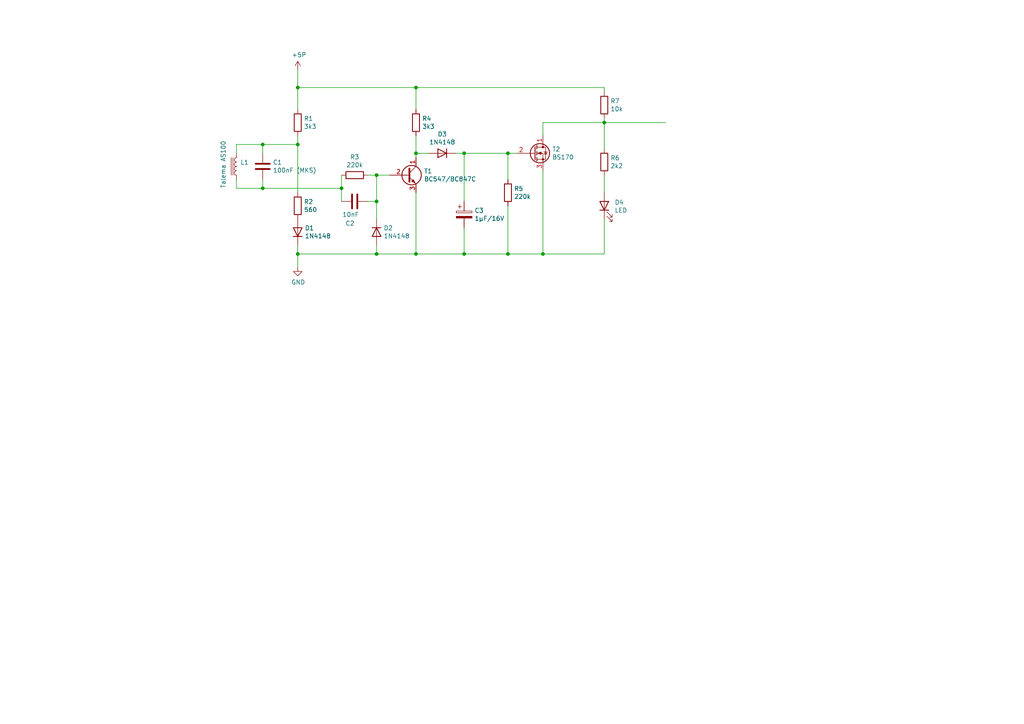
<source format=kicad_sch>
(kicad_sch (version 20211123) (generator eeschema)
  (paper "A4")
  (lib_symbols
    (symbol "Device:C" (pin_numbers hide) (pin_names (offset 0.254))
      (property "Reference" "C" (at 0.635 2.54 0))
      (property "Value" "C" (at 0.635 -2.54 0))
      (symbol "C_0_1"
        (polyline (pts (xy -2.032 -0.762) (xy 2.032 -0.762)) (stroke (width 0.508)))
        (polyline (pts (xy -2.032 0.762) (xy 2.032 0.762)) (stroke (width 0.508)))
      )
      (symbol "C_1_1"
        (pin passive line (at 0 3.81 270) (length 2.794) (name "~") (number "1"))
        (pin passive line (at 0 -3.81 90) (length 2.794) (name "~") (number "2"))
      )
    )
    (symbol "Device:CP" (pin_numbers hide) (pin_names (offset 0.254))
      (property "Reference" "C" (at 0.635 2.54 0))
      (property "Value" "Device_CP" (at 0.635 -2.54 0))
      (symbol "CP_0_1"
        (rectangle (start -2.286 0.508) (end 2.286 1.016))
        (polyline (pts (xy -1.778 2.286) (xy -0.762 2.286)))
        (polyline (pts (xy -1.27 2.794) (xy -1.27 1.778)))
        (rectangle (start 2.286 -0.508) (end -2.286 -1.016) (fill (type outline)))
      )
      (symbol "CP_1_1"
        (pin passive line (at 0 3.81 270) (length 2.794) (name "~") (number "1"))
        (pin passive line (at 0 -3.81 90) (length 2.794) (name "~") (number "2"))
      )
    )
    (symbol "Device:D" (pin_numbers hide) (pin_names (offset 1.016) hide)
      (property "Reference" "D" (at 0 2.54 0))
      (property "Value" "D" (at 0 -2.54 0))
      (symbol "D_0_1"
        (polyline (pts (xy -1.27 1.27) (xy -1.27 -1.27)) (stroke (width 0.254)))
        (polyline (pts (xy 1.27 0) (xy -1.27 0)))
        (polyline (pts (xy 1.27 1.27) (xy 1.27 -1.27) (xy -1.27 0) (xy 1.27 1.27)) (stroke (width 0.254)))
      )
      (symbol "D_1_1"
        (pin passive line (at -3.81 0 0) (length 2.54) (name "K") (number "1"))
        (pin passive line (at 3.81 0 180) (length 2.54) (name "A") (number "2"))
      )
    )
    (symbol "Device:LED" (pin_numbers hide) (pin_names (offset 1.016) hide)
      (property "Reference" "D" (at 0 2.54 0))
      (property "Value" "LED" (at 0 -2.54 0))
      (symbol "LED_0_1"
        (polyline (pts (xy -1.27 -1.27) (xy -1.27 1.27)) (stroke (width 0.254)))
        (polyline (pts (xy -1.27 0) (xy 1.27 0)))
        (polyline (pts (xy 1.27 -1.27) (xy 1.27 1.27) (xy -1.27 0) (xy 1.27 -1.27)) (stroke (width 0.254)))
        (polyline (pts (xy -3.048 -0.762) (xy -4.572 -2.286) (xy -3.81 -2.286) (xy -4.572 -2.286) (xy -4.572 -1.524)))
        (polyline (pts (xy -1.778 -0.762) (xy -3.302 -2.286) (xy -2.54 -2.286) (xy -3.302 -2.286) (xy -3.302 -1.524)))
      )
      (symbol "LED_1_1"
        (pin passive line (at -3.81 0 0) (length 2.54) (name "K") (number "1"))
        (pin passive line (at 3.81 0 180) (length 2.54) (name "A") (number "2"))
      )
    )
    (symbol "Device:L_Core_Iron" (pin_numbers hide) (pin_names (offset 1.016) hide)
      (property "Reference" "L" (at -1.27 0 90))
      (property "Value" "Device_L_Core_Iron" (at 2.794 0 90))
      (symbol "L_Core_Iron_0_1"
        (arc (start 0 -2.54) (mid 0.635 -1.905) (end 0 -1.27))
        (arc (start 0 -1.27) (mid 0.635 -0.635) (end 0 0))
        (polyline (pts (xy 1.016 2.54) (xy 1.016 -2.54)))
        (polyline (pts (xy 1.524 -2.54) (xy 1.524 2.54)))
        (arc (start 0 0) (mid 0.635 0.635) (end 0 1.27))
        (arc (start 0 1.27) (mid 0.635 1.905) (end 0 2.54))
      )
      (symbol "L_Core_Iron_1_1"
        (pin passive line (at 0 3.81 270) (length 1.27) (name "1") (number "1"))
        (pin passive line (at 0 -3.81 90) (length 1.27) (name "2") (number "2"))
      )
    )
    (symbol "Device:R" (pin_numbers hide) (pin_names (offset 0))
      (property "Reference" "R" (at 2.032 0 90))
      (property "Value" "R" (at 0 0 90))
      (symbol "R_0_1"
        (rectangle (start -1.016 -2.54) (end 1.016 2.54) (stroke (width 0.254)))
      )
      (symbol "R_1_1"
        (pin passive line (at 0 3.81 270) (length 1.27) (name "~") (number "1"))
        (pin passive line (at 0 -3.81 90) (length 1.27) (name "~") (number "2"))
      )
    )
    (symbol "Transistor_BJT:BC547" (pin_names (offset 0) hide)
      (property "Reference" "Q" (at 5.08 1.905 0))
      (property "Value" "BC547" (at 5.08 0 0))
      (symbol "BC547_0_1"
        (polyline (pts (xy 0 0) (xy 0.635 0)))
        (polyline (pts (xy 0.635 0.635) (xy 2.54 2.54)))
        (polyline (pts (xy 0.635 -0.635) (xy 2.54 -2.54) (xy 2.54 -2.54)))
        (polyline (pts (xy 0.635 1.905) (xy 0.635 -1.905) (xy 0.635 -1.905)) (stroke (width 0.508)))
        (polyline (pts (xy 1.27 -1.778) (xy 1.778 -1.27) (xy 2.286 -2.286) (xy 1.27 -1.778) (xy 1.27 -1.778)) (fill (type outline)))
        (circle (center 1.27 0) (radius 2.8194) (stroke (width 0.254)))
      )
      (symbol "BC547_1_1"
        (pin passive line (at 2.54 5.08 270) (length 2.54) (name "C") (number "1"))
        (pin input line (at -5.08 0 0) (length 5.08) (name "B") (number "2"))
        (pin passive line (at 2.54 -5.08 90) (length 2.54) (name "E") (number "3"))
      )
    )
    (symbol "Transistor_FET:BS170" (pin_names hide)
      (property "Reference" "Q" (at 5.08 1.905 0))
      (property "Value" "BS170" (at 5.08 0 0))
      (symbol "BS170_0_1"
        (polyline (pts (xy 0.254 0) (xy -2.54 0)))
        (polyline (pts (xy 0.254 1.905) (xy 0.254 -1.905)) (stroke (width 0.254)))
        (polyline (pts (xy 0.762 -1.27) (xy 0.762 -2.286)) (stroke (width 0.254)))
        (polyline (pts (xy 0.762 0.508) (xy 0.762 -0.508)) (stroke (width 0.254)))
        (polyline (pts (xy 0.762 2.286) (xy 0.762 1.27)) (stroke (width 0.254)))
        (polyline (pts (xy 2.54 2.54) (xy 2.54 1.778)))
        (polyline (pts (xy 2.54 -2.54) (xy 2.54 0) (xy 0.762 0)))
        (polyline (pts (xy 0.762 -1.778) (xy 3.302 -1.778) (xy 3.302 1.778) (xy 0.762 1.778)))
        (polyline (pts (xy 1.016 0) (xy 2.032 0.381) (xy 2.032 -0.381) (xy 1.016 0)) (fill (type outline)))
        (polyline (pts (xy 2.794 0.508) (xy 2.921 0.381) (xy 3.683 0.381) (xy 3.81 0.254)))
        (polyline (pts (xy 3.302 0.381) (xy 2.921 -0.254) (xy 3.683 -0.254) (xy 3.302 0.381)))
        (circle (center 1.651 0) (radius 2.794) (stroke (width 0.254)))
        (circle (center 2.54 -1.778) (radius 0.254) (fill (type outline)))
        (circle (center 2.54 1.778) (radius 0.254) (fill (type outline)))
      )
      (symbol "BS170_1_1"
        (pin passive line (at 2.54 5.08 270) (length 2.54) (name "D") (number "1"))
        (pin input line (at -5.08 0 0) (length 2.54) (name "G") (number "2"))
        (pin passive line (at 2.54 -5.08 90) (length 2.54) (name "S") (number "3"))
      )
    )
    (symbol "power:+5P" (power) (pin_names (offset 0))
      (property "Value" "+5P" (at 0 3.556 0))
      (symbol "+5P_0_1"
        (polyline (pts (xy -0.762 1.27) (xy 0 2.54)))
        (polyline (pts (xy 0 0) (xy 0 2.54)))
        (polyline (pts (xy 0 2.54) (xy 0.762 1.27)))
      )
      (symbol "+5P_1_1"
        (pin power_in line (at 0 0 90) (length 0) hide (name "+5P") (number "1"))
      )
    )
    (symbol "power:GND" (power) (pin_names (offset 0))
      (property "Value" "GND" (at 0 -3.81 0))
      (symbol "GND_0_1"
        (polyline (pts (xy 0 0) (xy 0 -1.27) (xy 1.27 -1.27) (xy 0 -2.54) (xy -1.27 -1.27) (xy 0 -1.27)))
      )
      (symbol "GND_1_1"
        (pin power_in line (at 0 0 270) (length 0) hide (name "GND") (number "1"))
      )
    )
  )
  (junction (at 120.65 25.4))
  (junction (at 86.36 73.66))
  (junction (at 76.2 54.61))
  (junction (at 109.22 73.66))
  (junction (at 99.06 54.61))
  (junction (at 109.22 50.8))
  (junction (at 134.62 73.66))
  (junction (at 147.32 73.66))
  (junction (at 134.62 44.45))
  (junction (at 120.65 73.66))
  (junction (at 76.2 41.91))
  (junction (at 86.36 41.91))
  (junction (at 86.36 25.4))
  (junction (at 175.26 35.56))
  (junction (at 157.48 73.66))
  (junction (at 109.22 58.42))
  (junction (at 120.65 44.45))
  (junction (at 147.32 44.45))
  (wire (pts (xy 86.36 25.4) (xy 120.65 25.4)))
  (wire (pts (xy 120.65 25.4) (xy 175.26 25.4)))
  (wire (pts (xy 120.65 73.66) (xy 109.22 73.66)))
  (wire (pts (xy 132.08 44.45) (xy 134.62 44.45)))
  (wire (pts (xy 86.36 39.37) (xy 86.36 41.91)))
  (wire (pts (xy 109.22 58.42) (xy 109.22 63.5)))
  (wire (pts (xy 157.48 73.66) (xy 147.32 73.66)))
  (wire (pts (xy 175.26 34.29) (xy 175.26 35.56)))
  (wire (pts (xy 68.58 52.07) (xy 68.58 54.61)))
  (wire (pts (xy 175.26 25.4) (xy 175.26 26.67)))
  (wire (pts (xy 86.36 71.12) (xy 86.36 73.66)))
  (wire (pts (xy 68.58 41.91) (xy 76.2 41.91)))
  (wire (pts (xy 175.26 35.56) (xy 175.26 43.18)))
  (wire (pts (xy 120.65 25.4) (xy 120.65 31.75)))
  (wire (pts (xy 76.2 54.61) (xy 99.06 54.61)))
  (wire (pts (xy 106.68 50.8) (xy 109.22 50.8)))
  (wire (pts (xy 86.36 73.66) (xy 86.36 77.47)))
  (wire (pts (xy 157.48 35.56) (xy 175.26 35.56)))
  (wire (pts (xy 147.32 44.45) (xy 147.32 52.07)))
  (wire (pts (xy 86.36 20.32) (xy 86.36 25.4)))
  (wire (pts (xy 109.22 71.12) (xy 109.22 73.66)))
  (wire (pts (xy 109.22 73.66) (xy 86.36 73.66)))
  (wire (pts (xy 68.58 54.61) (xy 76.2 54.61)))
  (wire (pts (xy 134.62 66.04) (xy 134.62 73.66)))
  (wire (pts (xy 147.32 44.45) (xy 149.86 44.45)))
  (wire (pts (xy 86.36 55.88) (xy 86.36 41.91)))
  (wire (pts (xy 86.36 31.75) (xy 86.36 25.4)))
  (wire (pts (xy 175.26 35.56) (xy 193.04 35.56)))
  (wire (pts (xy 68.58 44.45) (xy 68.58 41.91)))
  (wire (pts (xy 76.2 41.91) (xy 86.36 41.91)))
  (wire (pts (xy 113.03 50.8) (xy 109.22 50.8)))
  (wire (pts (xy 120.65 55.88) (xy 120.65 73.66)))
  (wire (pts (xy 124.46 44.45) (xy 120.65 44.45)))
  (wire (pts (xy 147.32 73.66) (xy 134.62 73.66)))
  (wire (pts (xy 109.22 58.42) (xy 106.68 58.42)))
  (wire (pts (xy 134.62 44.45) (xy 147.32 44.45)))
  (wire (pts (xy 134.62 73.66) (xy 120.65 73.66)))
  (wire (pts (xy 147.32 59.69) (xy 147.32 73.66)))
  (wire (pts (xy 157.48 49.53) (xy 157.48 73.66)))
  (wire (pts (xy 99.06 58.42) (xy 99.06 54.61)))
  (wire (pts (xy 134.62 44.45) (xy 134.62 58.42)))
  (wire (pts (xy 157.48 39.37) (xy 157.48 35.56)))
  (wire (pts (xy 120.65 44.45) (xy 120.65 45.72)))
  (wire (pts (xy 76.2 44.45) (xy 76.2 41.91)))
  (wire (pts (xy 76.2 52.07) (xy 76.2 54.61)))
  (wire (pts (xy 99.06 50.8) (xy 99.06 54.61)))
  (wire (pts (xy 175.26 73.66) (xy 157.48 73.66)))
  (wire (pts (xy 175.26 50.8) (xy 175.26 55.88)))
  (wire (pts (xy 109.22 50.8) (xy 109.22 58.42)))
  (wire (pts (xy 175.26 63.5) (xy 175.26 73.66)))
  (wire (pts (xy 120.65 39.37) (xy 120.65 44.45)))
  (symbol (lib_id "Device:L_Core_Iron") (at 68.58 48.26 180) (unit 1)
    (property "Reference" "L1" (at 69.6976 47.0916 0) (effects (justify right)))
    (property "Value" "Talema AS100" (at 64.77 54.61 90) (effects (justify right)))
    (property "Footprint" "Talema:AS-1xx" (effects hide))
  )
  (symbol (lib_id "Device:R") (at 86.36 35.56 0) (unit 1)
    (property "Reference" "R1" (at 88.138 34.3916 0) (effects (justify left)))
    (property "Value" "3k3" (at 88.138 36.703 0) (effects (justify left)))
    (property "Footprint" "Resistors_SMD:R_0805" (effects hide))
  )
  (symbol (lib_id "Device:R") (at 86.36 59.69 0) (unit 1)
    (property "Reference" "R2" (at 88.138 58.5216 0) (effects (justify left)))
    (property "Value" "560" (at 88.138 60.833 0) (effects (justify left)))
    (property "Footprint" "Resistors_SMD:R_0805" (effects hide))
  )
  (symbol (lib_id "Device:D") (at 86.36 67.31 90) (unit 1)
    (property "Reference" "D1" (at 88.392 66.1416 90) (effects (justify right)))
    (property "Value" "1N4148" (at 88.392 68.453 90) (effects (justify right)))
    (property "Footprint" "Diodes_SMD:D_SOD-323F" (effects hide))
  )
  (symbol (lib_id "power:GND") (at 86.36 77.47 0) (unit 1)
    (property "Reference" "#PWR0101" (effects hide))
    (property "Value" "GND" (at 86.487 81.8642 0))
  )
  (symbol (lib_id "Device:R") (at 102.87 50.8 270) (unit 1)
    (property "Reference" "R3" (at 102.87 45.5422 90))
    (property "Value" "220k" (at 102.87 47.8536 90))
    (property "Footprint" "Resistors_SMD:R_0805" (effects hide))
  )
  (symbol (lib_id "Device:C") (at 102.87 58.42 90) (unit 1)
    (property "Reference" "C2" (at 102.87 64.77 90) (effects (justify left)))
    (property "Value" "10nF" (at 104.14 62.23 90) (effects (justify left)))
    (property "Footprint" "Capacitors_SMD:C_0805" (effects hide))
  )
  (symbol (lib_id "Device:C") (at 76.2 48.26 180) (unit 1)
    (property "Reference" "C1" (at 79.121 47.0916 0) (effects (justify right)))
    (property "Value" "100nF (MKS)" (at 79.121 49.403 0) (effects (justify right)))
    (property "Footprint" "Capacitors_SMD:C_2220" (effects hide))
  )
  (symbol (lib_id "Device:D") (at 109.22 67.31 270) (unit 1)
    (property "Reference" "D2" (at 111.252 66.1416 90) (effects (justify left)))
    (property "Value" "1N4148" (at 111.252 68.453 90) (effects (justify left)))
    (property "Footprint" "Diodes_SMD:D_SOD-323F" (effects hide))
  )
  (symbol (lib_id "Transistor_BJT:BC547") (at 118.11 50.8 0) (unit 1)
    (property "Reference" "T1" (at 122.9614 49.6316 0) (effects (justify left)))
    (property "Value" "BC547/BC847C" (at 122.9614 51.943 0) (effects (justify left)))
    (property "Footprint" "TO_SOT_Packages_SMD:SOT-23" (effects hide))
    (property "Datasheet" "https://www.onsemi.com/pub/Collateral/BC550-D.pdf" (effects hide))
  )
  (symbol (lib_id "Device:R") (at 120.65 35.56 0) (unit 1)
    (property "Reference" "R4" (at 122.428 34.3916 0) (effects (justify left)))
    (property "Value" "3k3" (at 122.428 36.703 0) (effects (justify left)))
    (property "Footprint" "Resistors_SMD:R_0805" (effects hide))
  )
  (symbol (lib_id "Device:D") (at 128.27 44.45 180) (unit 1)
    (property "Reference" "D3" (at 128.27 38.9382 0))
    (property "Value" "1N4148" (at 128.27 41.2496 0))
    (property "Footprint" "Diodes_SMD:D_SOD-323F" (effects hide))
  )
  (symbol (lib_id "Device:CP") (at 134.62 62.23 0) (unit 1)
    (property "Reference" "C3" (at 137.6172 61.0616 0) (effects (justify left)))
    (property "Value" "1µF/16V" (at 137.6172 63.373 0) (effects (justify left)))
    (property "Footprint" "Capacitors_SMD:CP_Elec_4x5.3" (effects hide))
  )
  (symbol (lib_id "Device:R") (at 147.32 55.88 0) (unit 1)
    (property "Reference" "R5" (at 149.098 54.7116 0) (effects (justify left)))
    (property "Value" "220k" (at 149.098 57.023 0) (effects (justify left)))
    (property "Footprint" "Resistors_SMD:R_0805" (effects hide))
  )
  (symbol (lib_id "Transistor_FET:BS170") (at 154.94 44.45 0) (unit 1)
    (property "Reference" "T2" (at 160.1216 43.2816 0) (effects (justify left)))
    (property "Value" "BS170" (at 160.1216 45.593 0) (effects (justify left)))
    (property "Footprint" "TO_SOT_Packages_SMD:SOT-23" (effects hide))
    (property "Datasheet" "https://www.onsemi.com/pub/Collateral/BS170-D.PDF" (effects hide))
  )
  (symbol (lib_id "power:+5P") (at 86.36 20.32 0) (unit 1)
    (property "Reference" "#PWR0102" (effects hide))
    (property "Value" "+5P" (at 86.741 15.9258 0))
  )
  (symbol (lib_id "Device:R") (at 175.26 30.48 0) (unit 1)
    (property "Reference" "R7" (at 177.038 29.3116 0) (effects (justify left)))
    (property "Value" "10k" (at 177.038 31.623 0) (effects (justify left)))
    (property "Footprint" "Resistors_SMD:R_0805" (effects hide))
  )
  (symbol (lib_id "Device:R") (at 175.26 46.99 0) (unit 1)
    (property "Reference" "R6" (at 177.038 45.8216 0) (effects (justify left)))
    (property "Value" "2k2" (at 177.038 48.133 0) (effects (justify left)))
    (property "Footprint" "Resistors_SMD:R_0805" (effects hide))
  )
  (symbol (lib_id "Device:LED") (at 175.26 59.69 90) (unit 1)
    (property "Reference" "D4" (at 178.2572 58.6994 90) (effects (justify right)))
    (property "Value" "LED" (at 178.2572 61.0108 90) (effects (justify right)))
    (property "Footprint" "LEDs:LED_0805" (effects hide))
  )
)
</source>
